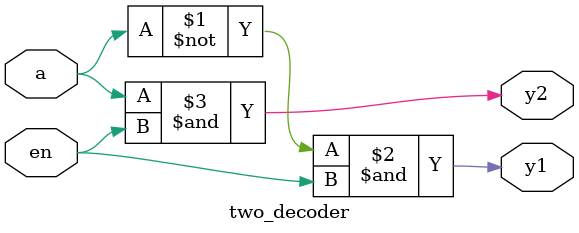
<source format=v>
`timescale 1ns / 1ps
module two_decoder(a,en,y1,y2);
input a,en;
output y1,y2;
and A1(y1,~a,en);
and A2(y2,a,en);
endmodule

</source>
